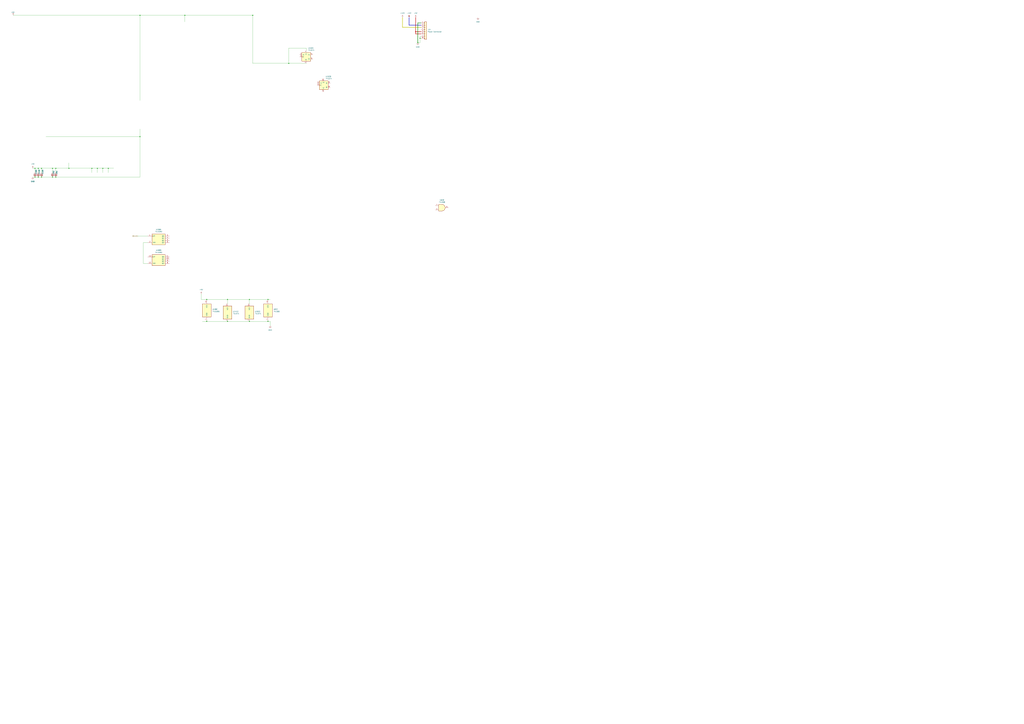
<source format=kicad_sch>
(kicad_sch (version 20250114) (generator "eeschema") (generator_version "9.0")
  (paper "A0")
  (lib_symbols
    (symbol "74xx:74LS00" (pin_names (offset 1.016))
      (property "Reference" "U" (at 0 1.27 0))
      (property "Value" "74LS00" (at 0 -1.27 0))
      (symbol "74LS00_1_1"
        (arc (start 0 3.81) (mid 3.7934 0) (end 0 -3.81) (stroke (width 0.254)) (fill (type background)))
        (polyline (pts (xy 0 3.81) (xy -3.81 3.81) (xy -3.81 -3.81) (xy 0 -3.81)) (stroke (width 0.254)) (fill (type background)))
        (pin input line (at -7.62 2.54 0) (length 3.81) (name "~") (number "1"))
        (pin input line (at -7.62 -2.54 0) (length 3.81) (name "~") (number "2"))
        (pin output inverted (at 7.62 0 180) (length 3.81) (name "~") (number "3"))
      )
      (symbol "74LS00_1_2"
        (arc (start -3.81 3.81) (mid -2.589 0) (end -3.81 -3.81) (stroke (width 0.254)))
        (polyline (pts (xy -3.81 3.81) (xy -0.635 3.81)) (stroke (width 0.254)) (fill (type background)))
        (polyline (pts (xy -3.81 -3.81) (xy -0.635 -3.81)) (stroke (width 0.254)) (fill (type background)))
        (arc (start 3.81 0) (mid 2.1855 -2.584) (end -0.6096 -3.81) (stroke (width 0.254)) (fill (type background)))
        (arc (start -0.6096 3.81) (mid 2.1928 2.5924) (end 3.81 0) (stroke (width 0.254)) (fill (type background)))
        (polyline (pts (xy -0.635 3.81) (xy -3.81 3.81) (xy -3.81 3.81) (xy -3.556 3.4036) (xy -3.0226 2.2606) (xy -2.6924 1.0414) (xy -2.6162 -0.254) (xy -2.7686 -1.4986) (xy -3.175 -2.7178) (xy -3.81 -3.81) (xy -3.81 -3.81) (xy -0.635 -3.81)) (stroke (width -25.4)) (fill (type background)))
        (pin input inverted (at -7.62 2.54 0) (length 4.318) (name "~") (number "1"))
        (pin input inverted (at -7.62 -2.54 0) (length 4.318) (name "~") (number "2"))
        (pin output line (at 7.62 0 180) (length 3.81) (name "~") (number "3"))
      )
      (symbol "74LS00_2_1"
        (arc (start 0 3.81) (mid 3.7934 0) (end 0 -3.81) (stroke (width 0.254)) (fill (type background)))
        (polyline (pts (xy 0 3.81) (xy -3.81 3.81) (xy -3.81 -3.81) (xy 0 -3.81)) (stroke (width 0.254)) (fill (type background)))
        (pin input line (at -7.62 2.54 0) (length 3.81) (name "~") (number "4"))
        (pin input line (at -7.62 -2.54 0) (length 3.81) (name "~") (number "5"))
        (pin output inverted (at 7.62 0 180) (length 3.81) (name "~") (number "6"))
      )
      (symbol "74LS00_2_2"
        (arc (start -3.81 3.81) (mid -2.589 0) (end -3.81 -3.81) (stroke (width 0.254)))
        (polyline (pts (xy -3.81 3.81) (xy -0.635 3.81)) (stroke (width 0.254)) (fill (type background)))
        (polyline (pts (xy -3.81 -3.81) (xy -0.635 -3.81)) (stroke (width 0.254)) (fill (type background)))
        (arc (start 3.81 0) (mid 2.1855 -2.584) (end -0.6096 -3.81) (stroke (width 0.254)) (fill (type background)))
        (arc (start -0.6096 3.81) (mid 2.1928 2.5924) (end 3.81 0) (stroke (width 0.254)) (fill (type background)))
        (polyline (pts (xy -0.635 3.81) (xy -3.81 3.81) (xy -3.81 3.81) (xy -3.556 3.4036) (xy -3.0226 2.2606) (xy -2.6924 1.0414) (xy -2.6162 -0.254) (xy -2.7686 -1.4986) (xy -3.175 -2.7178) (xy -3.81 -3.81) (xy -3.81 -3.81) (xy -0.635 -3.81)) (stroke (width -25.4)) (fill (type background)))
        (pin input inverted (at -7.62 2.54 0) (length 4.318) (name "~") (number "4"))
        (pin input inverted (at -7.62 -2.54 0) (length 4.318) (name "~") (number "5"))
        (pin output line (at 7.62 0 180) (length 3.81) (name "~") (number "6"))
      )
      (symbol "74LS00_3_1"
        (arc (start 0 3.81) (mid 3.7934 0) (end 0 -3.81) (stroke (width 0.254)) (fill (type background)))
        (polyline (pts (xy 0 3.81) (xy -3.81 3.81) (xy -3.81 -3.81) (xy 0 -3.81)) (stroke (width 0.254)) (fill (type background)))
        (pin input line (at -7.62 2.54 0) (length 3.81) (name "~") (number "9"))
        (pin input line (at -7.62 -2.54 0) (length 3.81) (name "~") (number "10"))
        (pin output inverted (at 7.62 0 180) (length 3.81) (name "~") (number "8"))
      )
      (symbol "74LS00_3_2"
        (arc (start -3.81 3.81) (mid -2.589 0) (end -3.81 -3.81) (stroke (width 0.254)))
        (polyline (pts (xy -3.81 3.81) (xy -0.635 3.81)) (stroke (width 0.254)) (fill (type background)))
        (polyline (pts (xy -3.81 -3.81) (xy -0.635 -3.81)) (stroke (width 0.254)) (fill (type background)))
        (arc (start 3.81 0) (mid 2.1855 -2.584) (end -0.6096 -3.81) (stroke (width 0.254)) (fill (type background)))
        (arc (start -0.6096 3.81) (mid 2.1928 2.5924) (end 3.81 0) (stroke (width 0.254)) (fill (type background)))
        (polyline (pts (xy -0.635 3.81) (xy -3.81 3.81) (xy -3.81 3.81) (xy -3.556 3.4036) (xy -3.0226 2.2606) (xy -2.6924 1.0414) (xy -2.6162 -0.254) (xy -2.7686 -1.4986) (xy -3.175 -2.7178) (xy -3.81 -3.81) (xy -3.81 -3.81) (xy -0.635 -3.81)) (stroke (width -25.4)) (fill (type background)))
        (pin input inverted (at -7.62 2.54 0) (length 4.318) (name "~") (number "9"))
        (pin input inverted (at -7.62 -2.54 0) (length 4.318) (name "~") (number "10"))
        (pin output line (at 7.62 0 180) (length 3.81) (name "~") (number "8"))
      )
      (symbol "74LS00_4_1"
        (arc (start 0 3.81) (mid 3.7934 0) (end 0 -3.81) (stroke (width 0.254)) (fill (type background)))
        (polyline (pts (xy 0 3.81) (xy -3.81 3.81) (xy -3.81 -3.81) (xy 0 -3.81)) (stroke (width 0.254)) (fill (type background)))
        (pin input line (at -7.62 2.54 0) (length 3.81) (name "~") (number "12"))
        (pin input line (at -7.62 -2.54 0) (length 3.81) (name "~") (number "13"))
        (pin output inverted (at 7.62 0 180) (length 3.81) (name "~") (number "11"))
      )
      (symbol "74LS00_4_2"
        (arc (start -3.81 3.81) (mid -2.589 0) (end -3.81 -3.81) (stroke (width 0.254)))
        (polyline (pts (xy -3.81 3.81) (xy -0.635 3.81)) (stroke (width 0.254)) (fill (type background)))
        (polyline (pts (xy -3.81 -3.81) (xy -0.635 -3.81)) (stroke (width 0.254)) (fill (type background)))
        (arc (start 3.81 0) (mid 2.1855 -2.584) (end -0.6096 -3.81) (stroke (width 0.254)) (fill (type background)))
        (arc (start -0.6096 3.81) (mid 2.1928 2.5924) (end 3.81 0) (stroke (width 0.254)) (fill (type background)))
        (polyline (pts (xy -0.635 3.81) (xy -3.81 3.81) (xy -3.81 3.81) (xy -3.556 3.4036) (xy -3.0226 2.2606) (xy -2.6924 1.0414) (xy -2.6162 -0.254) (xy -2.7686 -1.4986) (xy -3.175 -2.7178) (xy -3.81 -3.81) (xy -3.81 -3.81) (xy -0.635 -3.81)) (stroke (width -25.4)) (fill (type background)))
        (pin input inverted (at -7.62 2.54 0) (length 4.318) (name "~") (number "12"))
        (pin input inverted (at -7.62 -2.54 0) (length 4.318) (name "~") (number "13"))
        (pin output line (at 7.62 0 180) (length 3.81) (name "~") (number "11"))
      )
      (symbol "74LS00_5_0"
        (pin power_in line (at 0 12.7 270) (length 5.08) (name "VCC") (number "14"))
        (pin power_in line (at 0 -12.7 90) (length 5.08) (name "GND") (number "7"))
      )
      (symbol "74LS00_5_1"
        (rectangle (start -5.08 7.62) (end 5.08 -7.62) (stroke (width 0.254)) (fill (type background)))
      )
    )
    (symbol "74xx:74LS08" (pin_names (offset 1.016))
      (property "Reference" "U" (at 0 1.27 0))
      (property "Value" "74LS08" (at 0 -1.27 0))
      (symbol "74LS08_1_1"
        (arc (start 0 3.81) (mid 3.7934 0) (end 0 -3.81) (stroke (width 0.254)) (fill (type background)))
        (polyline (pts (xy 0 3.81) (xy -3.81 3.81) (xy -3.81 -3.81) (xy 0 -3.81)) (stroke (width 0.254)) (fill (type background)))
        (pin input line (at -7.62 2.54 0) (length 3.81) (name "~") (number "1"))
        (pin input line (at -7.62 -2.54 0) (length 3.81) (name "~") (number "2"))
        (pin output line (at 7.62 0 180) (length 3.81) (name "~") (number "3"))
      )
      (symbol "74LS08_1_2"
        (arc (start -3.81 3.81) (mid -2.589 0) (end -3.81 -3.81) (stroke (width 0.254)))
        (polyline (pts (xy -3.81 3.81) (xy -0.635 3.81)) (stroke (width 0.254)) (fill (type background)))
        (polyline (pts (xy -3.81 -3.81) (xy -0.635 -3.81)) (stroke (width 0.254)) (fill (type background)))
        (arc (start 3.81 0) (mid 2.1855 -2.584) (end -0.6096 -3.81) (stroke (width 0.254)) (fill (type background)))
        (arc (start -0.6096 3.81) (mid 2.1928 2.5924) (end 3.81 0) (stroke (width 0.254)) (fill (type background)))
        (polyline (pts (xy -0.635 3.81) (xy -3.81 3.81) (xy -3.81 3.81) (xy -3.556 3.4036) (xy -3.0226 2.2606) (xy -2.6924 1.0414) (xy -2.6162 -0.254) (xy -2.7686 -1.4986) (xy -3.175 -2.7178) (xy -3.81 -3.81) (xy -3.81 -3.81) (xy -0.635 -3.81)) (stroke (width -25.4)) (fill (type background)))
        (pin input inverted (at -7.62 2.54 0) (length 4.318) (name "~") (number "1"))
        (pin input inverted (at -7.62 -2.54 0) (length 4.318) (name "~") (number "2"))
        (pin output inverted (at 7.62 0 180) (length 3.81) (name "~") (number "3"))
      )
      (symbol "74LS08_2_1"
        (arc (start 0 3.81) (mid 3.7934 0) (end 0 -3.81) (stroke (width 0.254)) (fill (type background)))
        (polyline (pts (xy 0 3.81) (xy -3.81 3.81) (xy -3.81 -3.81) (xy 0 -3.81)) (stroke (width 0.254)) (fill (type background)))
        (pin input line (at -7.62 2.54 0) (length 3.81) (name "~") (number "4"))
        (pin input line (at -7.62 -2.54 0) (length 3.81) (name "~") (number "5"))
        (pin output line (at 7.62 0 180) (length 3.81) (name "~") (number "6"))
      )
      (symbol "74LS08_2_2"
        (arc (start -3.81 3.81) (mid -2.589 0) (end -3.81 -3.81) (stroke (width 0.254)))
        (polyline (pts (xy -3.81 3.81) (xy -0.635 3.81)) (stroke (width 0.254)) (fill (type background)))
        (polyline (pts (xy -3.81 -3.81) (xy -0.635 -3.81)) (stroke (width 0.254)) (fill (type background)))
        (arc (start 3.81 0) (mid 2.1855 -2.584) (end -0.6096 -3.81) (stroke (width 0.254)) (fill (type background)))
        (arc (start -0.6096 3.81) (mid 2.1928 2.5924) (end 3.81 0) (stroke (width 0.254)) (fill (type background)))
        (polyline (pts (xy -0.635 3.81) (xy -3.81 3.81) (xy -3.81 3.81) (xy -3.556 3.4036) (xy -3.0226 2.2606) (xy -2.6924 1.0414) (xy -2.6162 -0.254) (xy -2.7686 -1.4986) (xy -3.175 -2.7178) (xy -3.81 -3.81) (xy -3.81 -3.81) (xy -0.635 -3.81)) (stroke (width -25.4)) (fill (type background)))
        (pin input inverted (at -7.62 2.54 0) (length 4.318) (name "~") (number "4"))
        (pin input inverted (at -7.62 -2.54 0) (length 4.318) (name "~") (number "5"))
        (pin output inverted (at 7.62 0 180) (length 3.81) (name "~") (number "6"))
      )
      (symbol "74LS08_3_1"
        (arc (start 0 3.81) (mid 3.7934 0) (end 0 -3.81) (stroke (width 0.254)) (fill (type background)))
        (polyline (pts (xy 0 3.81) (xy -3.81 3.81) (xy -3.81 -3.81) (xy 0 -3.81)) (stroke (width 0.254)) (fill (type background)))
        (pin input line (at -7.62 2.54 0) (length 3.81) (name "~") (number "9"))
        (pin input line (at -7.62 -2.54 0) (length 3.81) (name "~") (number "10"))
        (pin output line (at 7.62 0 180) (length 3.81) (name "~") (number "8"))
      )
      (symbol "74LS08_3_2"
        (arc (start -3.81 3.81) (mid -2.589 0) (end -3.81 -3.81) (stroke (width 0.254)))
        (polyline (pts (xy -3.81 3.81) (xy -0.635 3.81)) (stroke (width 0.254)) (fill (type background)))
        (polyline (pts (xy -3.81 -3.81) (xy -0.635 -3.81)) (stroke (width 0.254)) (fill (type background)))
        (arc (start 3.81 0) (mid 2.1855 -2.584) (end -0.6096 -3.81) (stroke (width 0.254)) (fill (type background)))
        (arc (start -0.6096 3.81) (mid 2.1928 2.5924) (end 3.81 0) (stroke (width 0.254)) (fill (type background)))
        (polyline (pts (xy -0.635 3.81) (xy -3.81 3.81) (xy -3.81 3.81) (xy -3.556 3.4036) (xy -3.0226 2.2606) (xy -2.6924 1.0414) (xy -2.6162 -0.254) (xy -2.7686 -1.4986) (xy -3.175 -2.7178) (xy -3.81 -3.81) (xy -3.81 -3.81) (xy -0.635 -3.81)) (stroke (width -25.4)) (fill (type background)))
        (pin input inverted (at -7.62 2.54 0) (length 4.318) (name "~") (number "9"))
        (pin input inverted (at -7.62 -2.54 0) (length 4.318) (name "~") (number "10"))
        (pin output inverted (at 7.62 0 180) (length 3.81) (name "~") (number "8"))
      )
      (symbol "74LS08_4_1"
        (arc (start 0 3.81) (mid 3.7934 0) (end 0 -3.81) (stroke (width 0.254)) (fill (type background)))
        (polyline (pts (xy 0 3.81) (xy -3.81 3.81) (xy -3.81 -3.81) (xy 0 -3.81)) (stroke (width 0.254)) (fill (type background)))
        (pin input line (at -7.62 2.54 0) (length 3.81) (name "~") (number "12"))
        (pin input line (at -7.62 -2.54 0) (length 3.81) (name "~") (number "13"))
        (pin output line (at 7.62 0 180) (length 3.81) (name "~") (number "11"))
      )
      (symbol "74LS08_4_2"
        (arc (start -3.81 3.81) (mid -2.589 0) (end -3.81 -3.81) (stroke (width 0.254)))
        (polyline (pts (xy -3.81 3.81) (xy -0.635 3.81)) (stroke (width 0.254)) (fill (type background)))
        (polyline (pts (xy -3.81 -3.81) (xy -0.635 -3.81)) (stroke (width 0.254)) (fill (type background)))
        (arc (start 3.81 0) (mid 2.1855 -2.584) (end -0.6096 -3.81) (stroke (width 0.254)) (fill (type background)))
        (arc (start -0.6096 3.81) (mid 2.1928 2.5924) (end 3.81 0) (stroke (width 0.254)) (fill (type background)))
        (polyline (pts (xy -0.635 3.81) (xy -3.81 3.81) (xy -3.81 3.81) (xy -3.556 3.4036) (xy -3.0226 2.2606) (xy -2.6924 1.0414) (xy -2.6162 -0.254) (xy -2.7686 -1.4986) (xy -3.175 -2.7178) (xy -3.81 -3.81) (xy -3.81 -3.81) (xy -0.635 -3.81)) (stroke (width -25.4)) (fill (type background)))
        (pin input inverted (at -7.62 2.54 0) (length 4.318) (name "~") (number "12"))
        (pin input inverted (at -7.62 -2.54 0) (length 4.318) (name "~") (number "13"))
        (pin output inverted (at 7.62 0 180) (length 3.81) (name "~") (number "11"))
      )
      (symbol "74LS08_5_0"
        (pin power_in line (at 0 12.7 270) (length 5.08) (name "VCC") (number "14"))
        (pin power_in line (at 0 -12.7 90) (length 5.08) (name "GND") (number "7"))
      )
      (symbol "74LS08_5_1"
        (rectangle (start -5.08 7.62) (end 5.08 -7.62) (stroke (width 0.254)) (fill (type background)))
      )
    )
    (symbol "74xx:74LS393" (pin_names (offset 1.016))
      (property "Reference" "U" (at -7.62 8.89 0))
      (property "Value" "74LS393" (at -7.62 -8.89 0))
      (symbol "74LS393_1_0"
        (pin input clock (at -12.7 2.54 0) (length 5.08) (name "CP") (number "1"))
        (pin input line (at -12.7 -5.08 0) (length 5.08) (name "MR") (number "2"))
        (pin output line (at 12.7 2.54 180) (length 5.08) (name "Q0") (number "3"))
        (pin output line (at 12.7 0 180) (length 5.08) (name "Q1") (number "4"))
        (pin output line (at 12.7 -2.54 180) (length 5.08) (name "Q2") (number "5"))
        (pin output line (at 12.7 -5.08 180) (length 5.08) (name "Q3") (number "6"))
      )
      (symbol "74LS393_1_1"
        (rectangle (start -7.62 5.08) (end 7.62 -7.62) (stroke (width 0.254)) (fill (type background)))
      )
      (symbol "74LS393_2_0"
        (pin input clock (at -12.7 2.54 0) (length 5.08) (name "CP") (number "13"))
        (pin input line (at -12.7 -5.08 0) (length 5.08) (name "MR") (number "12"))
        (pin output line (at 12.7 2.54 180) (length 5.08) (name "Q0") (number "11"))
        (pin output line (at 12.7 0 180) (length 5.08) (name "Q1") (number "10"))
        (pin output line (at 12.7 -2.54 180) (length 5.08) (name "Q2") (number "9"))
        (pin output line (at 12.7 -5.08 180) (length 5.08) (name "Q3") (number "8"))
      )
      (symbol "74LS393_2_1"
        (rectangle (start -7.62 5.08) (end 7.62 -7.62) (stroke (width 0.254)) (fill (type background)))
      )
      (symbol "74LS393_3_0"
        (pin power_in line (at 0 12.7 270) (length 5.08) (name "VCC") (number "14"))
        (pin power_in line (at 0 -12.7 90) (length 5.08) (name "GND") (number "7"))
      )
      (symbol "74LS393_3_1"
        (rectangle (start -5.08 7.62) (end 5.08 -7.62) (stroke (width 0.254)) (fill (type background)))
      )
    )
    (symbol "74xx:74LS74" (pin_names (offset 1.016))
      (property "Reference" "U" (at -7.62 8.89 0))
      (property "Value" "74LS74" (at -7.62 -8.89 0))
      (symbol "74LS74_1_0"
        (pin input line (at -7.62 2.54 0) (length 2.54) (name "D") (number "2"))
        (pin input clock (at -7.62 0 0) (length 2.54) (name "C") (number "3"))
        (pin input line (at 0 7.62 270) (length 2.54) (name "~{S}") (number "4"))
        (pin input line (at 0 -7.62 90) (length 2.54) (name "~{R}") (number "1"))
        (pin output line (at 7.62 2.54 180) (length 2.54) (name "Q") (number "5"))
        (pin output line (at 7.62 -2.54 180) (length 2.54) (name "~{Q}") (number "6"))
      )
      (symbol "74LS74_1_1"
        (rectangle (start -5.08 5.08) (end 5.08 -5.08) (stroke (width 0.254)) (fill (type background)))
      )
      (symbol "74LS74_2_0"
        (pin input line (at -7.62 2.54 0) (length 2.54) (name "D") (number "12"))
        (pin input clock (at -7.62 0 0) (length 2.54) (name "C") (number "11"))
        (pin input line (at 0 7.62 270) (length 2.54) (name "~{S}") (number "10"))
        (pin input line (at 0 -7.62 90) (length 2.54) (name "~{R}") (number "13"))
        (pin output line (at 7.62 2.54 180) (length 2.54) (name "Q") (number "9"))
        (pin output line (at 7.62 -2.54 180) (length 2.54) (name "~{Q}") (number "8"))
      )
      (symbol "74LS74_2_1"
        (rectangle (start -5.08 5.08) (end 5.08 -5.08) (stroke (width 0.254)) (fill (type background)))
      )
      (symbol "74LS74_3_0"
        (pin power_in line (at 0 10.16 270) (length 2.54) (name "VCC") (number "14"))
        (pin power_in line (at 0 -10.16 90) (length 2.54) (name "GND") (number "7"))
      )
      (symbol "74LS74_3_1"
        (rectangle (start -5.08 7.62) (end 5.08 -7.62) (stroke (width 0.254)) (fill (type background)))
      )
    )
    (symbol "Connector_Generic:Conn_01x08" (pin_names (offset 1.016) (hide yes))
      (property "Reference" "J" (at 0 10.16 0))
      (property "Value" "Conn_01x08" (at 0 -12.7 0))
      (symbol "Conn_01x08_1_1"
        (rectangle (start -1.27 8.89) (end 1.27 -11.43) (stroke (width 0.254)) (fill (type background)))
        (rectangle (start -1.27 7.747) (end 0 7.493) (stroke (width 0.1524)))
        (rectangle (start -1.27 5.207) (end 0 4.953) (stroke (width 0.1524)))
        (rectangle (start -1.27 2.667) (end 0 2.413) (stroke (width 0.1524)))
        (rectangle (start -1.27 0.127) (end 0 -0.127) (stroke (width 0.1524)))
        (rectangle (start -1.27 -2.413) (end 0 -2.667) (stroke (width 0.1524)))
        (rectangle (start -1.27 -4.953) (end 0 -5.207) (stroke (width 0.1524)))
        (rectangle (start -1.27 -7.493) (end 0 -7.747) (stroke (width 0.1524)))
        (rectangle (start -1.27 -10.033) (end 0 -10.287) (stroke (width 0.1524)))
        (pin passive line (at -5.08 7.62 0) (length 3.81) (name "Pin_1") (number "1"))
        (pin passive line (at -5.08 5.08 0) (length 3.81) (name "Pin_2") (number "2"))
        (pin passive line (at -5.08 2.54 0) (length 3.81) (name "Pin_3") (number "3"))
        (pin passive line (at -5.08 0 0) (length 3.81) (name "Pin_4") (number "4"))
        (pin passive line (at -5.08 -2.54 0) (length 3.81) (name "Pin_5") (number "5"))
        (pin passive line (at -5.08 -5.08 0) (length 3.81) (name "Pin_6") (number "6"))
        (pin passive line (at -5.08 -7.62 0) (length 3.81) (name "Pin_7") (number "7"))
        (pin passive line (at -5.08 -10.16 0) (length 3.81) (name "Pin_8") (number "8"))
      )
    )
    (symbol "power:+12V" (power) (pin_numbers (hide yes)) (pin_names (offset 0) (hide yes))
      (property "Value" "+12V" (at 0 3.556 0))
      (symbol "+12V_0_1"
        (polyline (pts (xy -0.762 1.27) (xy 0 2.54)))
        (polyline (pts (xy 0 2.54) (xy 0.762 1.27)))
        (polyline (pts (xy 0 0) (xy 0 2.54)))
      )
      (symbol "+12V_1_1"
        (pin power_in line (at 0 0 90) (length 0) (name "~") (number "1"))
      )
    )
    (symbol "power:+5V" (power) (pin_numbers (hide yes)) (pin_names (offset 0) (hide yes))
      (property "Value" "+5V" (at 0 3.556 0))
      (symbol "+5V_0_1"
        (polyline (pts (xy -0.762 1.27) (xy 0 2.54)))
        (polyline (pts (xy 0 2.54) (xy 0.762 1.27)))
        (polyline (pts (xy 0 0) (xy 0 2.54)))
      )
      (symbol "+5V_1_1"
        (pin power_in line (at 0 0 90) (length 0) (name "~") (number "1"))
      )
    )
    (symbol "power:-12V" (power) (pin_numbers (hide yes)) (pin_names (offset 0) (hide yes))
      (property "Value" "-12V" (at 0 3.556 0))
      (symbol "-12V_0_0"
        (pin power_in line (at 0 0 90) (length 0) (name "~") (number "1"))
      )
      (symbol "-12V_0_1"
        (polyline (pts (xy 0 0) (xy 0 1.27) (xy 0.762 1.27) (xy 0 2.54) (xy -0.762 1.27) (xy 0 1.27)) (fill (type outline)))
      )
    )
    (symbol "power:GND" (power) (pin_numbers (hide yes)) (pin_names (offset 0) (hide yes))
      (property "Value" "GND" (at 0 -3.81 0))
      (symbol "GND_0_1"
        (polyline (pts (xy 0 0) (xy 0 -1.27) (xy 1.27 -1.27) (xy 0 -2.54) (xy -1.27 -1.27) (xy 0 -1.27)))
      )
      (symbol "GND_1_1"
        (pin power_in line (at 0 0 270) (length 0) (name "~") (number "1"))
      )
    )
    (symbol "seequa:C_Bypass_2.54mm" (pin_numbers (hide yes)) (pin_names (offset 0.254) (hide yes))
      (property "Reference" "C" (at 0.254 1.778 0))
      (symbol "C_Bypass_2.54mm_0_1"
        (rectangle (start -1.524 0.6858) (end 1.524 0.3048))
        (rectangle (start -1.524 -0.3048) (end 1.524 -0.6858) (fill (type outline)))
        (polyline (pts (xy -1.27 1.524) (xy -0.762 1.524)))
        (polyline (pts (xy -1.016 1.27) (xy -1.016 1.778)))
      )
      (symbol "C_Bypass_2.54mm_1_1"
        (pin passive line (at 0 2.54 270) (length 1.8542) (name "~") (number "1"))
        (pin passive line (at 0 -2.54 90) (length 1.8542) (name "~") (number "2"))
      )
    )
  )
  (junction (at 113.03 195.58))
  (junction (at 125.73 195.58))
  (junction (at 80.01 195.58))
  (junction (at 44.45 195.58))
  (junction (at 485.14 49.53))
  (junction (at 264.16 373.38))
  (junction (at 60.96 195.58))
  (junction (at 106.68 195.58))
  (junction (at 64.77 205.74))
  (junction (at 44.45 205.74))
  (junction (at 60.96 205.74))
  (junction (at 311.15 347.98))
  (junction (at 487.68 44.45))
  (junction (at 240.03 373.38))
  (junction (at 482.6 36.83) (color 194 0 0 1))
  (junction (at 162.56 17.78))
  (junction (at 264.16 347.98))
  (junction (at 48.26 205.74))
  (junction (at 289.56 373.38))
  (junction (at 48.26 195.58))
  (junction (at 40.64 205.74))
  (junction (at 64.77 195.58))
  (junction (at 289.56 347.98))
  (junction (at 240.03 347.98))
  (junction (at 293.37 17.78))
  (junction (at 40.64 195.58))
  (junction (at 214.63 17.78))
  (junction (at 335.28 73.66))
  (junction (at 119.38 195.58))
  (junction (at 162.56 158.75))
  (junction (at 311.15 373.38))
  (wire (pts (xy 160.02 274.32) (xy 171.45 274.32)))
  (wire (pts (xy 240.03 347.98) (xy 233.68 347.98)))
  (wire (pts (xy 60.96 195.58) (xy 64.77 195.58)))
  (wire (pts (xy 264.16 347.98) (xy 240.03 347.98)))
  (wire (pts (xy 162.56 158.75) (xy 162.56 149.86)))
  (wire (pts (xy 38.1 195.58) (xy 40.64 195.58)))
  (wire (pts (xy 60.96 195.58) (xy 60.96 200.66)))
  (wire (pts (xy 171.45 281.94) (xy 166.37 281.94)))
  (wire (pts (xy 40.64 195.58) (xy 40.64 200.66)))
  (wire (pts (xy 64.77 205.74) (xy 162.56 205.74)))
  (wire (pts (xy 485.14 26.67) (xy 488.95 26.67)) (stroke (width 0.5) (color 0 132 0 1)))
  (wire (pts (xy 15.24 17.78) (xy 162.56 17.78)))
  (wire (pts (xy 335.28 73.66) (xy 293.37 73.66)))
  (wire (pts (xy 166.37 281.94) (xy 166.37 306.07)))
  (wire (pts (xy 240.03 373.38) (xy 264.16 373.38)))
  (wire (pts (xy 40.64 195.58) (xy 44.45 195.58)))
  (wire (pts (xy 264.16 373.38) (xy 289.56 373.38)))
  (wire (pts (xy 474.98 20.32) (xy 474.98 29.21)) (stroke (width 0.5) (color 0 0 194 1)))
  (wire (pts (xy 488.95 31.75) (xy 467.36 31.75)) (stroke (width 0.5) (color 194 194 0 1)))
  (wire (pts (xy 44.45 195.58) (xy 44.45 200.66)))
  (wire (pts (xy 487.68 41.91) (xy 488.95 41.91)))
  (wire (pts (xy 482.6 39.37) (xy 482.6 36.83)) (stroke (width 0.5) (color 194 0 0 1)))
  (wire (pts (xy 48.26 205.74) (xy 60.96 205.74)))
  (wire (pts (xy 487.68 44.45) (xy 487.68 41.91)))
  (wire (pts (xy 214.63 17.78) (xy 293.37 17.78)))
  (wire (pts (xy 48.26 195.58) (xy 60.96 195.58)))
  (wire (pts (xy 40.64 205.74) (xy 44.45 205.74)))
  (wire (pts (xy 80.01 189.23) (xy 80.01 195.58)))
  (wire (pts (xy 64.77 205.74) (xy 60.96 205.74)))
  (wire (pts (xy 488.95 36.83) (xy 482.6 36.83)) (stroke (width 0.5) (color 194 0 0 1)))
  (wire (pts (xy 293.37 73.66) (xy 293.37 17.78)))
  (wire (pts (xy 355.6 58.42) (xy 355.6 55.88)))
  (wire (pts (xy 313.69 373.38) (xy 313.69 378.46)))
  (wire (pts (xy 106.68 195.58) (xy 106.68 200.66)))
  (wire (pts (xy 80.01 195.58) (xy 106.68 195.58)))
  (wire (pts (xy 311.15 373.38) (xy 313.69 373.38)))
  (wire (pts (xy 119.38 195.58) (xy 125.73 195.58)))
  (wire (pts (xy 482.6 20.32) (xy 482.6 36.83)) (stroke (width 0.5) (color 194 0 0 1)))
  (wire (pts (xy 355.6 73.66) (xy 335.28 73.66)))
  (wire (pts (xy 106.68 195.58) (xy 113.03 195.58)))
  (wire (pts (xy 113.03 195.58) (xy 113.03 200.66)))
  (wire (pts (xy 293.37 17.78) (xy 294.64 17.78)))
  (wire (pts (xy 311.15 347.98) (xy 289.56 347.98)))
  (wire (pts (xy 214.63 25.4) (xy 214.63 17.78)))
  (wire (pts (xy 264.16 347.98) (xy 264.16 353.06)))
  (wire (pts (xy 233.68 341.63) (xy 233.68 347.98)))
  (wire (pts (xy 488.95 29.21) (xy 474.98 29.21)) (stroke (width 0.5) (color 0 0 194 1)))
  (wire (pts (xy 487.68 44.45) (xy 487.68 49.53)))
  (wire (pts (xy 113.03 195.58) (xy 119.38 195.58)))
  (wire (pts (xy 467.36 20.32) (xy 467.36 31.75)) (stroke (width 0.5) (color 194 194 0 1)))
  (wire (pts (xy 335.28 55.88) (xy 335.28 73.66)))
  (wire (pts (xy 166.37 306.07) (xy 171.45 306.07)))
  (wire (pts (xy 48.26 195.58) (xy 48.26 200.66)))
  (wire (pts (xy 64.77 195.58) (xy 80.01 195.58)))
  (wire (pts (xy 487.68 49.53) (xy 485.14 49.53)))
  (wire (pts (xy 162.56 205.74) (xy 162.56 158.75)))
  (wire (pts (xy 162.56 17.78) (xy 162.56 116.84)))
  (wire (pts (xy 64.77 195.58) (xy 64.77 200.66)))
  (wire (pts (xy 313.69 347.98) (xy 311.15 347.98)))
  (wire (pts (xy 234.95 373.38) (xy 240.03 373.38)))
  (wire (pts (xy 44.45 205.74) (xy 48.26 205.74)))
  (wire (pts (xy 289.56 347.98) (xy 289.56 353.06)))
  (wire (pts (xy 119.38 195.58) (xy 119.38 200.66)))
  (wire (pts (xy 125.73 195.58) (xy 132.08 195.58)))
  (wire (pts (xy 44.45 195.58) (xy 48.26 195.58)))
  (wire (pts (xy 162.56 17.78) (xy 214.63 17.78)))
  (wire (pts (xy 289.56 373.38) (xy 311.15 373.38)))
  (wire (pts (xy 488.95 39.37) (xy 482.6 39.37)) (stroke (width 0.5) (color 194 0 0 1)))
  (wire (pts (xy 485.14 26.67) (xy 485.14 49.53)) (stroke (width 0.5) (color 0 132 0 1)))
  (wire (pts (xy 355.6 55.88) (xy 335.28 55.88)))
  (wire (pts (xy 38.1 205.74) (xy 40.64 205.74)))
  (wire (pts (xy 487.68 44.45) (xy 488.95 44.45)))
  (wire (pts (xy 289.56 347.98) (xy 264.16 347.98)))
  (wire (pts (xy 53.34 158.75) (xy 162.56 158.75)))
  (wire (pts (xy 125.73 195.58) (xy 125.73 200.66)))
  (hierarchical_label "DCLK" (shape input) (at 160.02 274.32 180))
  (symbol (lib_id "seequa:C_Bypass_2.54mm") (at 60.96 203.2 0) (unit 1)
    (property "Reference" "C93" (at 62.23 202.184 90) (effects (justify left)))
    (property "Value" "0.1uF" (effects (hide yes)))
    (property "Footprint" "seequa_footprints:C_Seequa_Bypass_2.54mm" (effects (hide yes)))
    (property "Description" "0.1uF Dipped Tantalum, 35V" (effects (hide yes)))
  )
  (symbol (lib_id "power:GND") (at 38.1 205.74 0) (unit 1)
    (property "Reference" "#PWR011" (effects (hide yes)))
    (property "Value" "GND" (at 38.1 210.82 0))
    (property "Description" "Power symbol creates a global label with name \"GND\" , ground" (effects (hide yes)))
  )
  (symbol (lib_id "74xx:74LS74") (at 289.56 363.22 0) (unit 3)
    (property "Reference" "U102" (at 295.91 361.9499 0) (effects (justify left)))
    (property "Value" "74LS74" (at 295.91 364.4899 0) (effects (justify left)))
    (property "Footprint" "Package_DIP:DIP-14_W7.62mm" (effects (hide yes)))
    (property "Datasheet" "74xx/74hc_hct74.pdf" (effects (hide yes)))
    (property "Description" "Dual D Flip-flop, Set & Reset" (effects (hide yes)))
  )
  (symbol (lib_id "power:+5V") (at 482.6 20.32 0) (unit 1)
    (property "Reference" "#PWR066" (effects (hide yes)))
    (property "Value" "+5V" (at 482.6 15.24 0))
    (property "Description" "Power symbol creates a global label with name \"+5V\"" (effects (hide yes)))
  )
  (symbol (lib_id "74xx:74LS00") (at 311.15 360.68 0) (unit 5)
    (property "Reference" "U82" (at 317.5 359.4099 0) (effects (justify left)))
    (property "Value" "74LS00" (at 317.5 361.9499 0) (effects (justify left)))
    (property "Footprint" "Package_DIP:DIP-14_W7.62mm" (effects (hide yes)))
    (property "Datasheet" "http://www.ti.com/lit/gpn/sn74ls00" (effects (hide yes)))
    (property "Description" "quad 2-input NAND gate" (effects (hide yes)))
  )
  (symbol (lib_id "Connector_Generic:Conn_01x08") (at 494.03 34.29 0) (unit 1)
    (property "Reference" "J14" (at 496.57 34.2899 0) (effects (justify left)))
    (property "Value" "Power Connector" (at 496.57 36.8299 0) (effects (justify left)))
    (property "Footprint" "Connector_JST:JST_VH_B8PS-VH_1x08_P3.96mm_Horizontal" (effects (hide yes)))
    (property "Description" "Generic connector, single row, 01x08, script generated (kicad-library-utils/schlib/autogen/connector/)" (effects (hide yes)))
  )
  (symbol (lib_id "power:+5V") (at 38.1 195.58 0) (unit 1)
    (property "Reference" "#PWR010" (effects (hide yes)))
    (property "Value" "+5V" (at 38.1 190.5 0))
    (property "Description" "Power symbol creates a global label with name \"+5V\"" (effects (hide yes)))
  )
  (symbol (lib_id "power:GND") (at 485.14 49.53 0) (unit 1)
    (property "Reference" "#PWR018" (effects (hide yes)))
    (property "Value" "GND" (at 485.14 54.61 0))
    (property "Description" "Power symbol creates a global label with name \"GND\" , ground" (effects (hide yes)))
  )
  (symbol (lib_id "seequa:C_Bypass_2.54mm") (at 40.64 203.2 0) (unit 1)
    (property "Reference" "C100" (at 41.91 202.184 90) (effects (justify left)))
    (property "Value" "0.1uF" (effects (hide yes)))
    (property "Footprint" "seequa_footprints:C_Seequa_Bypass_2.54mm" (effects (hide yes)))
    (property "Description" "0.1uF Dipped Tantalum, 35V" (effects (hide yes)))
  )
  (symbol (lib_id "74xx:74LS74") (at 355.6 66.04 0) (unit 1)
    (property "Reference" "U102" (at 357.7433 55.88 0) (effects (justify left)))
    (property "Value" "74LS74" (at 357.7433 58.42 0) (effects (justify left)))
    (property "Footprint" "Package_DIP:DIP-14_W7.62mm" (effects (hide yes)))
    (property "Datasheet" "74xx/74hc_hct74.pdf" (effects (hide yes)))
    (property "Description" "Dual D Flip-flop, Set & Reset" (effects (hide yes)))
  )
  (symbol (lib_id "seequa:C_Bypass_2.54mm") (at 44.45 203.2 0) (unit 1)
    (property "Reference" "C119" (at 45.72 202.184 90) (effects (justify left)))
    (property "Value" "0.1uF" (effects (hide yes)))
    (property "Footprint" "seequa_footprints:C_Seequa_Bypass_2.54mm" (effects (hide yes)))
    (property "Description" "0.1uF Dipped Tantalum, 35V" (effects (hide yes)))
  )
  (symbol (lib_id "74xx:74LS74") (at 375.92 99.06 0) (unit 2)
    (property "Reference" "U102" (at 378.0633 88.9 0) (effects (justify left)))
    (property "Value" "74LS74" (at 378.0633 91.44 0) (effects (justify left)))
    (property "Footprint" "Package_DIP:DIP-14_W7.62mm" (effects (hide yes)))
    (property "Datasheet" "74xx/74hc_hct74.pdf" (effects (hide yes)))
    (property "Description" "Dual D Flip-flop, Set & Reset" (effects (hide yes)))
  )
  (symbol (lib_id "74xx:74LS08") (at 513.08 241.3 0) (unit 2)
    (property "Reference" "U62" (at 513.0717 232.41 0))
    (property "Value" "74LS08" (at 513.0717 234.95 0))
    (property "Footprint" "Package_DIP:DIP-14_W7.62mm" (effects (hide yes)))
    (property "Datasheet" "http://www.ti.com/lit/gpn/sn74LS08" (effects (hide yes)))
    (property "Description" "Quad And2" (effects (hide yes)))
    (property "seq_partno" "Mitsubishi M74LS08P" (effects (hide yes)))
  )
  (symbol (lib_id "power:+5V") (at 233.68 341.63 0) (unit 1)
    (property "Reference" "#PWR053" (effects (hide yes)))
    (property "Value" "+5V" (at 233.68 336.55 0))
    (property "Description" "Power symbol creates a global label with name \"+5V\"" (effects (hide yes)))
  )
  (symbol (lib_id "74xx:74LS393") (at 184.15 300.99 0) (unit 2)
    (property "Reference" "U108" (at 184.15 290.83 0))
    (property "Value" "74LS393" (at 184.15 293.37 0))
    (property "Footprint" "Package_DIP:DIP-14_W7.62mm" (effects (hide yes)))
    (property "Datasheet" "74xx\\74LS393.pdf" (effects (hide yes)))
    (property "Description" "Dual BCD 4-bit counter" (effects (hide yes)))
  )
  (symbol (lib_id "power:+12V") (at 467.36 20.32 0) (unit 1)
    (property "Reference" "#PWR068" (effects (hide yes)))
    (property "Value" "+12V" (at 467.36 15.24 0))
    (property "Description" "Power symbol creates a global label with name \"+12V\"" (effects (hide yes)))
  )
  (symbol (lib_id "seequa:C_Bypass_2.54mm") (at 64.77 203.2 0) (unit 1)
    (property "Reference" "C94" (at 66.04 202.184 90) (effects (justify left)))
    (property "Value" "0.1uF" (effects (hide yes)))
    (property "Footprint" "seequa_footprints:C_Seequa_Bypass_2.54mm" (effects (hide yes)))
    (property "Description" "0.1uF Dipped Tantalum, 35V" (effects (hide yes)))
  )
  (symbol (lib_id "seequa:C_Bypass_2.54mm") (at 48.26 203.2 0) (unit 1)
    (property "Reference" "C120" (at 49.53 202.184 90) (effects (justify left)))
    (property "Value" "0.1uF" (effects (hide yes)))
    (property "Footprint" "seequa_footprints:C_Seequa_Bypass_2.54mm" (effects (hide yes)))
    (property "Description" "0.1uF Dipped Tantalum, 35V" (effects (hide yes)))
  )
  (symbol (lib_id "74xx:74LS393") (at 240.03 360.68 0) (unit 3)
    (property "Reference" "U108" (at 246.38 359.4099 0) (effects (justify left)))
    (property "Value" "74LS393" (at 246.38 361.9499 0) (effects (justify left)))
    (property "Footprint" "Package_DIP:DIP-14_W7.62mm" (effects (hide yes)))
    (property "Datasheet" "74xx\\74LS393.pdf" (effects (hide yes)))
    (property "Description" "Dual BCD 4-bit counter" (effects (hide yes)))
  )
  (symbol (lib_id "74xx:74LS74") (at 264.16 363.22 0) (unit 3)
    (property "Reference" "U141" (at 270.51 361.9499 0) (effects (justify left)))
    (property "Value" "74LS74" (at 270.51 364.4899 0) (effects (justify left)))
    (property "Footprint" "Package_DIP:DIP-14_W7.62mm" (effects (hide yes)))
    (property "Datasheet" "74xx/74hc_hct74.pdf" (effects (hide yes)))
    (property "Description" "Dual D Flip-flop, Set & Reset" (effects (hide yes)))
  )
  (symbol (lib_id "power:GND") (at 313.69 378.46 0) (unit 1)
    (property "Reference" "#PWR052" (effects (hide yes)))
    (property "Value" "GND" (at 313.69 383.54 0))
    (property "Description" "Power symbol creates a global label with name \"GND\" , ground" (effects (hide yes)))
  )
  (symbol (lib_id "power:+5V") (at 15.24 17.78 0) (unit 1)
    (property "Reference" "#PWR09" (effects (hide yes)))
    (property "Value" "+5V" (at 14.986 14.224 0))
    (property "Description" "Power symbol creates a global label with name \"+5V\"" (effects (hide yes)))
  )
  (symbol (lib_id "power:-12V") (at 474.98 20.32 0) (unit 1)
    (property "Reference" "#PWR067" (effects (hide yes)))
    (property "Value" "-12V" (at 474.98 15.24 0))
    (property "Description" "Power symbol creates a global label with name \"-12V\"" (effects (hide yes)))
  )
  (symbol (lib_id "74xx:74LS393") (at 184.15 276.86 0) (unit 1)
    (property "Reference" "U108" (at 184.15 266.7 0))
    (property "Value" "74LS393" (at 184.15 269.24 0))
    (property "Footprint" "Package_DIP:DIP-14_W7.62mm" (effects (hide yes)))
    (property "Datasheet" "74xx\\74LS393.pdf" (effects (hide yes)))
    (property "Description" "Dual BCD 4-bit counter" (effects (hide yes)))
  )
  (symbol (lib_id "power:GND") (at 554.99 20.32 0) (unit 1)
    (property "Reference" "#PWR019" (effects (hide yes)))
    (property "Value" "GND" (at 554.99 25.4 0))
    (property "Description" "Power symbol creates a global label with name \"GND\" , ground" (effects (hide yes)))
  )
)
</source>
